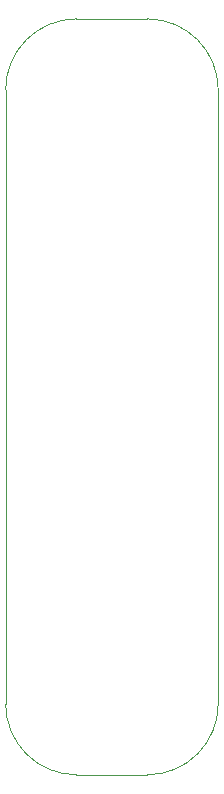
<source format=gm1>
G04 #@! TF.GenerationSoftware,KiCad,Pcbnew,5.1.9+dfsg1-1*
G04 #@! TF.CreationDate,2022-11-10T16:02:49+09:00*
G04 #@! TF.ProjectId,fan-expander,66616e2d-6578-4706-916e-6465722e6b69,rev?*
G04 #@! TF.SameCoordinates,Original*
G04 #@! TF.FileFunction,Profile,NP*
%FSLAX46Y46*%
G04 Gerber Fmt 4.6, Leading zero omitted, Abs format (unit mm)*
G04 Created by KiCad (PCBNEW 5.1.9+dfsg1-1) date 2022-11-10 16:02:49*
%MOMM*%
%LPD*%
G01*
G04 APERTURE LIST*
G04 #@! TA.AperFunction,Profile*
%ADD10C,0.050000*%
G04 #@! TD*
G04 APERTURE END LIST*
D10*
X153000000Y-45500000D02*
G75*
G02*
X159000000Y-51500000I0J-6000000D01*
G01*
X159000000Y-103500000D02*
G75*
G02*
X153000000Y-109500000I-6000000J0D01*
G01*
X147000000Y-109500000D02*
G75*
G02*
X141000000Y-103500000I0J6000000D01*
G01*
X141000000Y-51500000D02*
G75*
G02*
X147000000Y-45500000I6000000J0D01*
G01*
X141000000Y-51500000D02*
X141000000Y-103500000D01*
X153000000Y-45500000D02*
X147000000Y-45500000D01*
X159000000Y-103500000D02*
X159000000Y-51500000D01*
X147000000Y-109500000D02*
X153000000Y-109500000D01*
M02*

</source>
